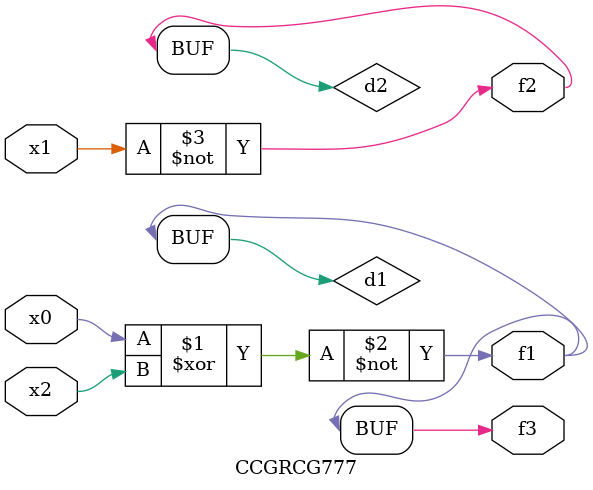
<source format=v>
module CCGRCG777(
	input x0, x1, x2,
	output f1, f2, f3
);

	wire d1, d2, d3;

	xnor (d1, x0, x2);
	nand (d2, x1);
	nor (d3, x1, x2);
	assign f1 = d1;
	assign f2 = d2;
	assign f3 = d1;
endmodule

</source>
